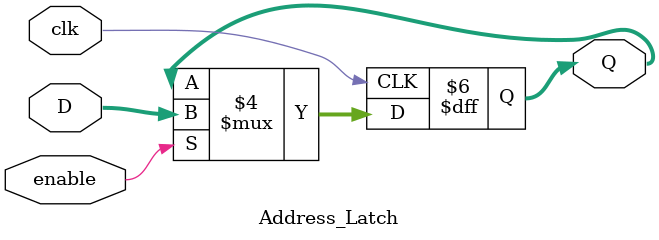
<source format=v>
module Address_Latch(
input [7:0] D,
input clk,
input enable,
output reg[7:0] Q
);
    initial Q =  0;
    always @ (posedge clk) begin
        if (enable)begin
            Q <= D;
            end
         else begin
            Q <= Q;
        end
    end
endmodule
</source>
